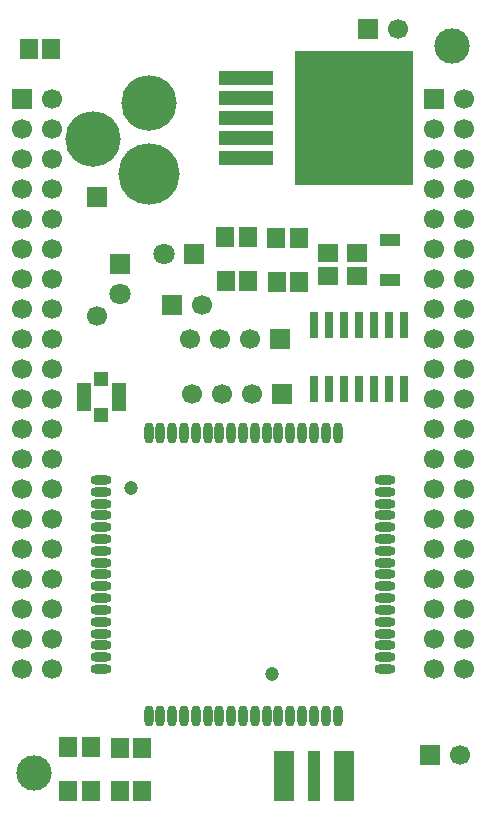
<source format=gbr>
G04 DipTrace 3.0.0.1*
G04 TopMask.gbr*
%MOIN*%
G04 #@! TF.FileFunction,Soldermask,Top*
G04 #@! TF.Part,Single*
%ADD39C,0.11811*%
%ADD57C,0.047244*%
%ADD64R,0.398031X0.448031*%
%ADD66R,0.178346X0.048031*%
%ADD68R,0.031496X0.086614*%
%ADD74O,0.031496X0.070866*%
%ADD76O,0.070866X0.031496*%
%ADD80C,0.204724*%
%ADD82C,0.185039*%
%ADD84C,0.047244*%
%ADD86C,0.066929*%
%ADD88R,0.066929X0.066929*%
%ADD90R,0.070866X0.03937*%
%ADD92R,0.066929X0.059055*%
%ADD94R,0.059055X0.066929*%
%ADD96C,0.070866*%
%ADD98R,0.070866X0.070866*%
%ADD100R,0.051181X0.096457*%
%ADD102R,0.049213X0.051181*%
%ADD104R,0.041339X0.167717*%
%ADD106R,0.067717X0.167717*%
%FSLAX26Y26*%
G04*
G70*
G90*
G75*
G01*
G04 TopMask*
%LPD*%
D106*
X1531890Y489370D3*
D104*
X1431890Y489764D3*
D106*
X1332283D3*
D102*
X723622Y1694488D3*
Y1812598D3*
D100*
X782677Y1753543D3*
X664567D3*
D98*
X786614Y2197244D3*
D96*
Y2097244D3*
D94*
X556299Y2914567D3*
X481496D3*
D98*
X1032677Y2230709D3*
D96*
X932677D3*
D94*
X1211024Y2285433D3*
X1136220D3*
D92*
X1477559Y2232677D3*
Y2157874D3*
X1574803Y2231890D3*
Y2157087D3*
D90*
X1685039Y2275984D3*
Y2142126D3*
D94*
X858701Y438701D3*
X783898D3*
X687835Y439882D3*
X613031D3*
D88*
X709055Y2419685D3*
D86*
Y2022047D3*
D39*
X1890945Y2922244D3*
D84*
D3*
D39*
X498701Y498701D3*
D84*
D3*
D88*
X1317323Y1947638D3*
D86*
X1217323D3*
X1117323D3*
X1017323D3*
D88*
X1326378Y1762992D3*
D86*
X1226378D3*
X1126378D3*
X1026378D3*
D82*
X881890Y2732283D3*
D80*
Y2496063D3*
D82*
X696850Y2614173D3*
D88*
X1613701Y2978701D3*
D86*
X1713701D3*
D88*
X958701Y2058701D3*
D86*
X1058701D3*
D88*
X1818701Y558701D3*
D86*
X1918701D3*
D94*
X859488Y583583D3*
X784685D3*
X688228Y585551D3*
X613425D3*
X1306299Y2282677D3*
X1381102D3*
X1383071Y2136614D3*
X1308268D3*
X1212598Y2139764D3*
X1137795D3*
D76*
X1668110Y846850D3*
Y886220D3*
Y925591D3*
Y964961D3*
Y1004331D3*
Y1043701D3*
Y1083071D3*
Y1122441D3*
Y1161811D3*
Y1201181D3*
Y1240551D3*
Y1279921D3*
Y1319291D3*
Y1358661D3*
Y1398031D3*
Y1437402D3*
Y1476772D3*
D74*
X1510630Y1634252D3*
X1471260D3*
X1431890D3*
X1392520D3*
X1353150D3*
X1313780D3*
X1274409D3*
X1235039D3*
X1195669D3*
X1156299D3*
X1116929D3*
X1077559D3*
X1038189D3*
X998819D3*
X959449D3*
X920079D3*
X880709D3*
D76*
X723228Y1476772D3*
Y1437402D3*
Y1398031D3*
Y1358661D3*
Y1319291D3*
Y1279921D3*
Y1240551D3*
Y1201181D3*
Y1161811D3*
Y1122441D3*
Y1083071D3*
Y1043701D3*
Y1004331D3*
Y964961D3*
Y925591D3*
Y886220D3*
Y846850D3*
D74*
X880709Y689370D3*
X920079D3*
X959449D3*
X998819D3*
X1038189D3*
X1077559D3*
X1116929D3*
X1156299D3*
X1195669D3*
X1235039D3*
X1274409D3*
X1313780D3*
X1353150D3*
X1392520D3*
X1431890D3*
X1471260D3*
X1510630D3*
D57*
X1292913Y828740D3*
X820472Y1450787D3*
D68*
X1730709Y1992520D3*
X1680709D3*
X1630709D3*
X1580709D3*
X1530709D3*
X1480709D3*
X1430709D3*
Y1779921D3*
X1480709D3*
X1530709D3*
X1580709D3*
X1630709D3*
X1680709D3*
X1730709D3*
D66*
X1204331Y2816142D3*
Y2749213D3*
Y2682283D3*
Y2615354D3*
Y2548425D3*
D64*
X1564173Y2682283D3*
D88*
X1832283Y2745669D3*
D86*
X1932283D3*
X1832283Y2645669D3*
X1932283D3*
X1832283Y2545669D3*
X1932283D3*
X1832283Y2445669D3*
X1932283D3*
X1832283Y2345669D3*
X1932283D3*
X1832283Y2245669D3*
X1932283D3*
X1832283Y2145669D3*
X1932283D3*
X1832283Y2045669D3*
X1932283D3*
X1832283Y1945669D3*
X1932283D3*
X1832283Y1845669D3*
X1932283D3*
X1832283Y1745669D3*
X1932283D3*
X1832283Y1645669D3*
X1932283D3*
X1832283Y1545669D3*
X1932283D3*
X1832283Y1445669D3*
X1932283D3*
X1832283Y1345669D3*
X1932283D3*
X1832283Y1245669D3*
X1932283D3*
X1832283Y1145669D3*
X1932283D3*
X1832283Y1045669D3*
X1932283D3*
X1832283Y945669D3*
X1932283D3*
X1832283Y845669D3*
X1932283D3*
D88*
X457480Y2745669D3*
D86*
X557480D3*
X457480Y2645669D3*
X557480D3*
X457480Y2545669D3*
X557480D3*
X457480Y2445669D3*
X557480D3*
X457480Y2345669D3*
X557480D3*
X457480Y2245669D3*
X557480D3*
X457480Y2145669D3*
X557480D3*
X457480Y2045669D3*
X557480D3*
X457480Y1945669D3*
X557480D3*
X457480Y1845669D3*
X557480D3*
X457480Y1745669D3*
X557480D3*
X457480Y1645669D3*
X557480D3*
X457480Y1545669D3*
X557480D3*
X457480Y1445669D3*
X557480D3*
X457480Y1345669D3*
X557480D3*
X457480Y1245669D3*
X557480D3*
X457480Y1145669D3*
X557480D3*
X457480Y1045669D3*
X557480D3*
X457480Y945669D3*
X557480D3*
X457480Y845669D3*
X557480D3*
M02*

</source>
